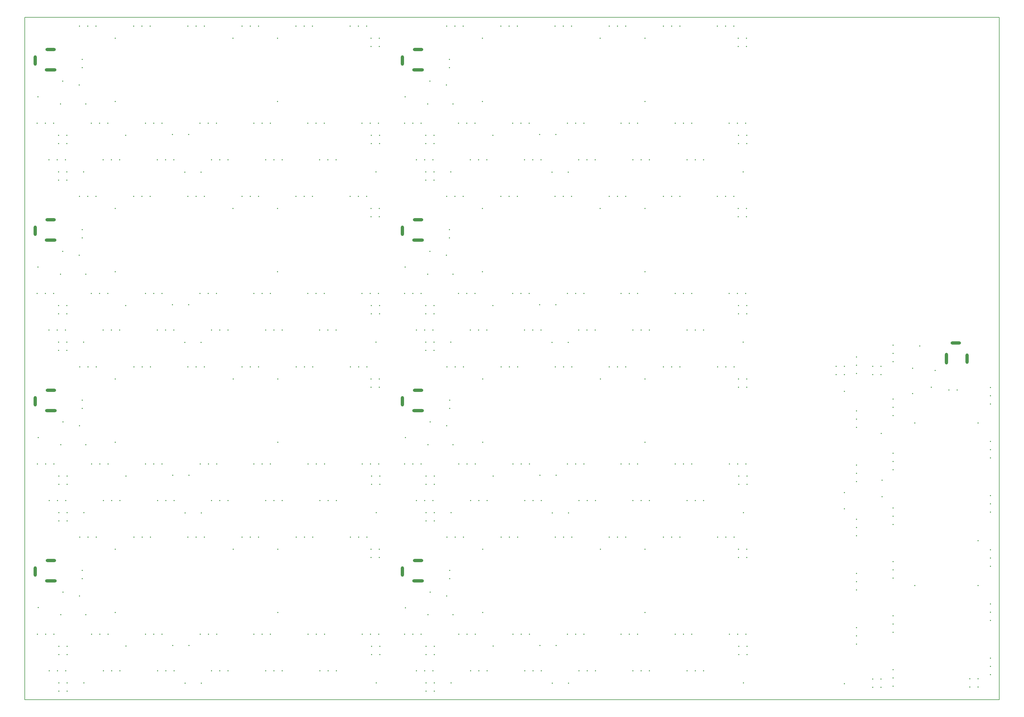
<source format=gbr>
G04 #@! TF.GenerationSoftware,KiCad,Pcbnew,9.0.0*
G04 #@! TF.CreationDate,2025-07-23T13:45:27+02:00*
G04 #@! TF.ProjectId,PowerPCB,506f7765-7250-4434-922e-6b696361645f,rev?*
G04 #@! TF.SameCoordinates,Original*
G04 #@! TF.FileFunction,Profile,NP*
%FSLAX46Y46*%
G04 Gerber Fmt 4.6, Leading zero omitted, Abs format (unit mm)*
G04 Created by KiCad (PCBNEW 9.0.0) date 2025-07-23 13:45:27*
%MOMM*%
%LPD*%
G01*
G04 APERTURE LIST*
G04 #@! TA.AperFunction,Profile*
%ADD10C,0.200000*%
G04 #@! TD*
%ADD11C,0.350000*%
%ADD12O,1.000000X3.600000*%
%ADD13O,1.000000X3.200000*%
%ADD14O,3.200000X1.000000*%
%ADD15O,3.600000X1.000000*%
G04 APERTURE END LIST*
D10*
X56800000Y-40599000D02*
X356800000Y-40599000D01*
X356800000Y-250599000D01*
X56800000Y-250599000D01*
X56800000Y-40599000D01*
D11*
X320374000Y-244299000D03*
X317834000Y-246839000D03*
X320374000Y-246839000D03*
X317834000Y-244299000D03*
X350300000Y-165449000D03*
X330800000Y-165449000D03*
X330800000Y-215449000D03*
X350300000Y-215449000D03*
X324099000Y-208107200D03*
X324099000Y-210647200D03*
X324099000Y-213187200D03*
X309100000Y-186896349D03*
X309100000Y-191896349D03*
X312850000Y-145094400D03*
X312850000Y-147634400D03*
X312850000Y-150174400D03*
X309150000Y-245749000D03*
X354050000Y-171145600D03*
X354050000Y-173685600D03*
X354050000Y-176225600D03*
X350300000Y-201699000D03*
X324100000Y-191574000D03*
X324100000Y-194114000D03*
X324100000Y-196654000D03*
X320449000Y-168699000D03*
X312850000Y-211744000D03*
X312850000Y-214284000D03*
X312850000Y-216824000D03*
X341255000Y-155299000D03*
X343795000Y-155299000D03*
X354050000Y-221132800D03*
X354050000Y-223672800D03*
X354050000Y-226212800D03*
X312850000Y-228406400D03*
X312850000Y-230946400D03*
X312850000Y-233486400D03*
X324099000Y-224769600D03*
X324099000Y-227309600D03*
X324099000Y-229849600D03*
X337100000Y-149299000D03*
X335900000Y-154399000D03*
X324099000Y-241432000D03*
X324099000Y-243972000D03*
X324099000Y-246512000D03*
X354050000Y-237795200D03*
X354050000Y-240335200D03*
X354050000Y-242875200D03*
X350300000Y-244199000D03*
X347760000Y-246739000D03*
X350300000Y-246739000D03*
X347760000Y-244199000D03*
X312850000Y-178419200D03*
X312850000Y-180959200D03*
X312850000Y-183499200D03*
X309150000Y-155749000D03*
X324099000Y-158120000D03*
X324099000Y-160660000D03*
X324099000Y-163200000D03*
X324100000Y-174774000D03*
X324100000Y-177314000D03*
X324100000Y-179854000D03*
X354050000Y-204470400D03*
X354050000Y-207010400D03*
X354050000Y-209550400D03*
X320700000Y-183096349D03*
X320700000Y-188096349D03*
X354050000Y-187808000D03*
X354050000Y-190348000D03*
X354050000Y-192888000D03*
X332300000Y-141699000D03*
X324099000Y-141457600D03*
X324099000Y-143997600D03*
X324099000Y-146537600D03*
X330100000Y-148624000D03*
X330100000Y-156374000D03*
X317859000Y-148034000D03*
X320399000Y-150574000D03*
X320399000Y-148034000D03*
X317859000Y-150574000D03*
D12*
X340551000Y-145599000D03*
D13*
X346851000Y-145599000D03*
D14*
X343451000Y-140799000D03*
D11*
X312850000Y-195081600D03*
X312850000Y-197621600D03*
X312850000Y-200161600D03*
X312850000Y-161756800D03*
X312850000Y-164296800D03*
X312850000Y-166836800D03*
X354050000Y-154483200D03*
X354050000Y-157023200D03*
X354050000Y-159563200D03*
X233950000Y-99401553D03*
X203396600Y-95651553D03*
X205936600Y-95651553D03*
X208476600Y-95651553D03*
X223825000Y-125601553D03*
X226365000Y-125601553D03*
X228905000Y-125601553D03*
X260657400Y-136851553D03*
X263197400Y-136851553D03*
X265737400Y-136851553D03*
X200950000Y-129252553D03*
X243995000Y-136851553D03*
X246535000Y-136851553D03*
X249075000Y-136851553D03*
X187550000Y-108446553D03*
X187550000Y-105906553D03*
X253383800Y-95651553D03*
X255923800Y-95651553D03*
X258463800Y-95651553D03*
X276450000Y-99401553D03*
X278990000Y-101941553D03*
X278990000Y-99401553D03*
X276450000Y-101941553D03*
X210670200Y-136851553D03*
X213210200Y-136851553D03*
X215750200Y-136851553D03*
X236721400Y-95651553D03*
X239261400Y-95651553D03*
X241801400Y-95651553D03*
X181550000Y-112601553D03*
X186650000Y-113801553D03*
X273683000Y-125602553D03*
X276223000Y-125602553D03*
X278763000Y-125602553D03*
X180285000Y-143091553D03*
X182825000Y-140551553D03*
X180285000Y-140551553D03*
X182825000Y-143091553D03*
X257020600Y-125602553D03*
X259560600Y-125602553D03*
X262100600Y-125602553D03*
X207025000Y-125601553D03*
X209565000Y-125601553D03*
X212105000Y-125601553D03*
X270046200Y-95651553D03*
X272586200Y-95651553D03*
X275126200Y-95651553D03*
X188000000Y-140551553D03*
X278000000Y-140551553D03*
X219147349Y-140601553D03*
X224147349Y-140601553D03*
X177345400Y-136851553D03*
X179885400Y-136851553D03*
X182425400Y-136851553D03*
X240358200Y-125602553D03*
X242898200Y-125602553D03*
X245438200Y-125602553D03*
X197700000Y-99401553D03*
X197700000Y-118901553D03*
X247700000Y-118901553D03*
X247700000Y-99401553D03*
X276550000Y-129327553D03*
X279090000Y-131867553D03*
X279090000Y-129327553D03*
X276550000Y-131867553D03*
X219147349Y-88200000D03*
X224147349Y-88200000D03*
X276550000Y-76926000D03*
X279090000Y-79466000D03*
X279090000Y-76926000D03*
X276550000Y-79466000D03*
X177345400Y-84450000D03*
X179885400Y-84450000D03*
X182425400Y-84450000D03*
X197700000Y-47000000D03*
X197700000Y-66500000D03*
X247700000Y-66500000D03*
X247700000Y-47000000D03*
X278000000Y-88150000D03*
X240358200Y-73201000D03*
X242898200Y-73201000D03*
X245438200Y-73201000D03*
X173708600Y-125602553D03*
X176248600Y-125602553D03*
X178788600Y-125602553D03*
X180285000Y-131842553D03*
X182825000Y-129302553D03*
X180285000Y-129302553D03*
X182825000Y-131842553D03*
X190371000Y-125602553D03*
X192911000Y-125602553D03*
X195451000Y-125602553D03*
X215347349Y-129001553D03*
X220347349Y-129001553D03*
X220059000Y-95651553D03*
X222599000Y-95651553D03*
X225139000Y-95651553D03*
X173950000Y-117401553D03*
D15*
X177850000Y-109150553D03*
D14*
X177850000Y-102850553D03*
D13*
X173050000Y-106250553D03*
D11*
X180875000Y-119601553D03*
X188625000Y-119601553D03*
X194007800Y-136851553D03*
X196547800Y-136851553D03*
X199087800Y-136851553D03*
X203396600Y-43250000D03*
X205936600Y-43250000D03*
X208476600Y-43250000D03*
X186734200Y-95651553D03*
X189274200Y-95651553D03*
X191814200Y-95651553D03*
X227332600Y-136851553D03*
X229872600Y-136851553D03*
X232412600Y-136851553D03*
X233950000Y-47000000D03*
X223825000Y-73200000D03*
X226365000Y-73200000D03*
X228905000Y-73200000D03*
X200950000Y-76851000D03*
X243995000Y-84450000D03*
X246535000Y-84450000D03*
X249075000Y-84450000D03*
X260657400Y-84450000D03*
X263197400Y-84450000D03*
X265737400Y-84450000D03*
X257020600Y-73201000D03*
X259560600Y-73201000D03*
X262100600Y-73201000D03*
X181550000Y-60200000D03*
X186650000Y-61400000D03*
X187550000Y-56045000D03*
X187550000Y-53505000D03*
X273683000Y-73201000D03*
X276223000Y-73201000D03*
X278763000Y-73201000D03*
X253383800Y-43250000D03*
X255923800Y-43250000D03*
X258463800Y-43250000D03*
X270046200Y-43250000D03*
X272586200Y-43250000D03*
X275126200Y-43250000D03*
X276450000Y-47000000D03*
X278990000Y-49540000D03*
X278990000Y-47000000D03*
X276450000Y-49540000D03*
X207025000Y-73200000D03*
X209565000Y-73200000D03*
X212105000Y-73200000D03*
X236721400Y-43250000D03*
X239261400Y-43250000D03*
X241801400Y-43250000D03*
X180285000Y-90690000D03*
X182825000Y-88150000D03*
X180285000Y-88150000D03*
X182825000Y-90690000D03*
X188000000Y-88150000D03*
X210670200Y-84450000D03*
X213210200Y-84450000D03*
X215750200Y-84450000D03*
X190371000Y-73201000D03*
X192911000Y-73201000D03*
X195451000Y-73201000D03*
X197750000Y-204300000D03*
X197750000Y-223800000D03*
X247750000Y-223800000D03*
X247750000Y-204300000D03*
X177395400Y-241750000D03*
X179935400Y-241750000D03*
X182475400Y-241750000D03*
X278050000Y-245450000D03*
X240408200Y-230501000D03*
X242948200Y-230501000D03*
X245488200Y-230501000D03*
X203446600Y-200550000D03*
X205986600Y-200550000D03*
X208526600Y-200550000D03*
X234000000Y-204300000D03*
X201000000Y-234151000D03*
X223875000Y-230500000D03*
X226415000Y-230500000D03*
X228955000Y-230500000D03*
X244045000Y-241750000D03*
X246585000Y-241750000D03*
X249125000Y-241750000D03*
X260707400Y-241750000D03*
X263247400Y-241750000D03*
X265787400Y-241750000D03*
X181600000Y-217500000D03*
X186700000Y-218700000D03*
X257070600Y-230501000D03*
X259610600Y-230501000D03*
X262150600Y-230501000D03*
X270096200Y-200550000D03*
X272636200Y-200550000D03*
X275176200Y-200550000D03*
X207075000Y-230500000D03*
X209615000Y-230500000D03*
X212155000Y-230500000D03*
X273733000Y-230501000D03*
X276273000Y-230501000D03*
X278813000Y-230501000D03*
X253433800Y-200550000D03*
X255973800Y-200550000D03*
X258513800Y-200550000D03*
X236771400Y-200550000D03*
X239311400Y-200550000D03*
X241851400Y-200550000D03*
X210720200Y-241750000D03*
X213260200Y-241750000D03*
X215800200Y-241750000D03*
X190421000Y-230501000D03*
X192961000Y-230501000D03*
X195501000Y-230501000D03*
X188050000Y-245450000D03*
X187600000Y-213345000D03*
X187600000Y-210805000D03*
X276500000Y-204300000D03*
X279040000Y-206840000D03*
X279040000Y-204300000D03*
X276500000Y-206840000D03*
X215397349Y-233900000D03*
X220397349Y-233900000D03*
X180335000Y-247990000D03*
X182875000Y-245450000D03*
X180335000Y-245450000D03*
X182875000Y-247990000D03*
X174000000Y-222300000D03*
D15*
X177900000Y-214049000D03*
D14*
X177900000Y-207749000D03*
D13*
X173100000Y-211149000D03*
D11*
X186784200Y-200550000D03*
X189324200Y-200550000D03*
X191864200Y-200550000D03*
X173758600Y-230501000D03*
X176298600Y-230501000D03*
X178838600Y-230501000D03*
X180335000Y-236741000D03*
X182875000Y-234201000D03*
X180335000Y-234201000D03*
X182875000Y-236741000D03*
X227382600Y-241750000D03*
X229922600Y-241750000D03*
X232462600Y-241750000D03*
X194057800Y-241750000D03*
X196597800Y-241750000D03*
X199137800Y-241750000D03*
X220109000Y-200550000D03*
X222649000Y-200550000D03*
X225189000Y-200550000D03*
X180925000Y-224500000D03*
X188675000Y-224500000D03*
X219197349Y-193100000D03*
X224197349Y-193100000D03*
X177395400Y-189350000D03*
X179935400Y-189350000D03*
X182475400Y-189350000D03*
X234000000Y-151900000D03*
X240408200Y-178101000D03*
X242948200Y-178101000D03*
X245488200Y-178101000D03*
X201000000Y-181751000D03*
X203446600Y-148150000D03*
X205986600Y-148150000D03*
X208526600Y-148150000D03*
X197750000Y-151900000D03*
X197750000Y-171400000D03*
X247750000Y-171400000D03*
X247750000Y-151900000D03*
X276600000Y-181826000D03*
X279140000Y-184366000D03*
X279140000Y-181826000D03*
X276600000Y-184366000D03*
X278050000Y-193050000D03*
X244045000Y-189350000D03*
X246585000Y-189350000D03*
X249125000Y-189350000D03*
X223875000Y-178100000D03*
X226415000Y-178100000D03*
X228955000Y-178100000D03*
X257070600Y-178101000D03*
X259610600Y-178101000D03*
X262150600Y-178101000D03*
X207075000Y-178100000D03*
X209615000Y-178100000D03*
X212155000Y-178100000D03*
X273733000Y-178101000D03*
X276273000Y-178101000D03*
X278813000Y-178101000D03*
X187600000Y-160945000D03*
X187600000Y-158405000D03*
X253433800Y-148150000D03*
X255973800Y-148150000D03*
X258513800Y-148150000D03*
X276500000Y-151900000D03*
X279040000Y-154440000D03*
X279040000Y-151900000D03*
X276500000Y-154440000D03*
X270096200Y-148150000D03*
X272636200Y-148150000D03*
X275176200Y-148150000D03*
X236771400Y-148150000D03*
X239311400Y-148150000D03*
X241851400Y-148150000D03*
X260707400Y-189350000D03*
X263247400Y-189350000D03*
X265787400Y-189350000D03*
X181600000Y-165100000D03*
X186700000Y-166300000D03*
X188050000Y-193050000D03*
X173758600Y-178101000D03*
X176298600Y-178101000D03*
X178838600Y-178101000D03*
D15*
X177900000Y-161649000D03*
D14*
X177900000Y-155349000D03*
D13*
X173100000Y-158749000D03*
D11*
X210720200Y-189350000D03*
X213260200Y-189350000D03*
X215800200Y-189350000D03*
X190421000Y-178101000D03*
X192961000Y-178101000D03*
X195501000Y-178101000D03*
X215397349Y-181500000D03*
X220397349Y-181500000D03*
X220109000Y-148150000D03*
X222649000Y-148150000D03*
X225189000Y-148150000D03*
X174000000Y-169900000D03*
X180335000Y-195590000D03*
X182875000Y-193050000D03*
X180335000Y-193050000D03*
X182875000Y-195590000D03*
X227382600Y-189350000D03*
X229922600Y-189350000D03*
X232462600Y-189350000D03*
X186784200Y-148150000D03*
X189324200Y-148150000D03*
X191864200Y-148150000D03*
X180335000Y-184341000D03*
X182875000Y-181801000D03*
X180335000Y-181801000D03*
X182875000Y-184341000D03*
X180925000Y-172100000D03*
X188675000Y-172100000D03*
X194057800Y-189350000D03*
X196597800Y-189350000D03*
X199137800Y-189350000D03*
X276600000Y-234226000D03*
X279140000Y-236766000D03*
X279140000Y-234226000D03*
X276600000Y-236766000D03*
X219197349Y-245500000D03*
X224197349Y-245500000D03*
X215347349Y-76600000D03*
X220347349Y-76600000D03*
X220059000Y-43250000D03*
X222599000Y-43250000D03*
X225139000Y-43250000D03*
X173950000Y-65000000D03*
D15*
X177850000Y-56749000D03*
D14*
X177850000Y-50449000D03*
D13*
X173050000Y-53849000D03*
D11*
X173708600Y-73201000D03*
X176248600Y-73201000D03*
X178788600Y-73201000D03*
X180285000Y-79441000D03*
X182825000Y-76901000D03*
X180285000Y-76901000D03*
X182825000Y-79441000D03*
X180875000Y-67200000D03*
X188625000Y-67200000D03*
X186734200Y-43250000D03*
X189274200Y-43250000D03*
X191814200Y-43250000D03*
X227332600Y-84450000D03*
X229872600Y-84450000D03*
X232412600Y-84450000D03*
X194007800Y-84450000D03*
X196547800Y-84450000D03*
X199087800Y-84450000D03*
X106147349Y-245499000D03*
X111147349Y-245499000D03*
X163550000Y-234225000D03*
X166090000Y-236765000D03*
X166090000Y-234225000D03*
X163550000Y-236765000D03*
X64345400Y-241749000D03*
X66885400Y-241749000D03*
X69425400Y-241749000D03*
X84700000Y-204299000D03*
X84700000Y-223799000D03*
X134700000Y-223799000D03*
X134700000Y-204299000D03*
X165000000Y-245449000D03*
X127358200Y-230500000D03*
X129898200Y-230500000D03*
X132438200Y-230500000D03*
X90396600Y-200549000D03*
X92936600Y-200549000D03*
X95476600Y-200549000D03*
X120950000Y-204299000D03*
X110825000Y-230499000D03*
X113365000Y-230499000D03*
X115905000Y-230499000D03*
X87950000Y-234150000D03*
X130995000Y-241749000D03*
X133535000Y-241749000D03*
X136075000Y-241749000D03*
X147657400Y-241749000D03*
X150197400Y-241749000D03*
X152737400Y-241749000D03*
X144020600Y-230500000D03*
X146560600Y-230500000D03*
X149100600Y-230500000D03*
X68550000Y-217499000D03*
X73650000Y-218699000D03*
X74550000Y-213344000D03*
X74550000Y-210804000D03*
X160683000Y-230500000D03*
X163223000Y-230500000D03*
X165763000Y-230500000D03*
X140383800Y-200549000D03*
X142923800Y-200549000D03*
X145463800Y-200549000D03*
X157046200Y-200549000D03*
X159586200Y-200549000D03*
X162126200Y-200549000D03*
X163450000Y-204299000D03*
X165990000Y-206839000D03*
X165990000Y-204299000D03*
X163450000Y-206839000D03*
X94025000Y-230499000D03*
X96565000Y-230499000D03*
X99105000Y-230499000D03*
X123721400Y-200549000D03*
X126261400Y-200549000D03*
X128801400Y-200549000D03*
X67285000Y-247989000D03*
X69825000Y-245449000D03*
X67285000Y-245449000D03*
X69825000Y-247989000D03*
X75000000Y-245449000D03*
X97670200Y-241749000D03*
X100210200Y-241749000D03*
X102750200Y-241749000D03*
X77371000Y-230500000D03*
X79911000Y-230500000D03*
X82451000Y-230500000D03*
X102347349Y-233899000D03*
X107347349Y-233899000D03*
X107059000Y-200549000D03*
X109599000Y-200549000D03*
X112139000Y-200549000D03*
X60950000Y-222299000D03*
D15*
X64850000Y-214048000D03*
D14*
X64850000Y-207748000D03*
D13*
X60050000Y-211148000D03*
D11*
X60708600Y-230500000D03*
X63248600Y-230500000D03*
X65788600Y-230500000D03*
X67285000Y-236740000D03*
X69825000Y-234200000D03*
X67285000Y-234200000D03*
X69825000Y-236740000D03*
X67875000Y-224499000D03*
X75625000Y-224499000D03*
X73734200Y-200549000D03*
X76274200Y-200549000D03*
X78814200Y-200549000D03*
X114332600Y-241749000D03*
X116872600Y-241749000D03*
X119412600Y-241749000D03*
X81007800Y-241749000D03*
X83547800Y-241749000D03*
X86087800Y-241749000D03*
X86087800Y-189349000D03*
X83547800Y-189349000D03*
X81007800Y-189349000D03*
X75625000Y-172099000D03*
X67875000Y-172099000D03*
X69825000Y-184340000D03*
X67285000Y-181800000D03*
X69825000Y-181800000D03*
X67285000Y-184340000D03*
X78814200Y-148149000D03*
X76274200Y-148149000D03*
X73734200Y-148149000D03*
X119412600Y-189349000D03*
X116872600Y-189349000D03*
X114332600Y-189349000D03*
X69825000Y-195589000D03*
X67285000Y-193049000D03*
X69825000Y-193049000D03*
X67285000Y-195589000D03*
X60950000Y-169899000D03*
X112139000Y-148149000D03*
X109599000Y-148149000D03*
X107059000Y-148149000D03*
X107347349Y-181499000D03*
X102347349Y-181499000D03*
X82451000Y-178100000D03*
X79911000Y-178100000D03*
X77371000Y-178100000D03*
X102750200Y-189349000D03*
X100210200Y-189349000D03*
X97670200Y-189349000D03*
D13*
X60050000Y-158748000D03*
D14*
X64850000Y-155348000D03*
D15*
X64850000Y-161648000D03*
D11*
X65788600Y-178100000D03*
X63248600Y-178100000D03*
X60708600Y-178100000D03*
X75000000Y-193049000D03*
X73650000Y-166299000D03*
X68550000Y-165099000D03*
X152737400Y-189349000D03*
X150197400Y-189349000D03*
X147657400Y-189349000D03*
X128801400Y-148149000D03*
X126261400Y-148149000D03*
X123721400Y-148149000D03*
X162126200Y-148149000D03*
X159586200Y-148149000D03*
X157046200Y-148149000D03*
X163450000Y-154439000D03*
X165990000Y-151899000D03*
X165990000Y-154439000D03*
X163450000Y-151899000D03*
X145463800Y-148149000D03*
X142923800Y-148149000D03*
X140383800Y-148149000D03*
X74550000Y-158404000D03*
X74550000Y-160944000D03*
X165763000Y-178100000D03*
X163223000Y-178100000D03*
X160683000Y-178100000D03*
X99105000Y-178099000D03*
X96565000Y-178099000D03*
X94025000Y-178099000D03*
X149100600Y-178100000D03*
X146560600Y-178100000D03*
X144020600Y-178100000D03*
X115905000Y-178099000D03*
X113365000Y-178099000D03*
X110825000Y-178099000D03*
X136075000Y-189349000D03*
X133535000Y-189349000D03*
X130995000Y-189349000D03*
X165000000Y-193049000D03*
X163550000Y-184365000D03*
X166090000Y-181825000D03*
X166090000Y-184365000D03*
X163550000Y-181825000D03*
X134700000Y-151899000D03*
X134700000Y-171399000D03*
X84700000Y-171399000D03*
X84700000Y-151899000D03*
X95476600Y-148149000D03*
X92936600Y-148149000D03*
X90396600Y-148149000D03*
X87950000Y-181750000D03*
X132438200Y-178100000D03*
X129898200Y-178100000D03*
X127358200Y-178100000D03*
X120950000Y-151899000D03*
X69425400Y-189349000D03*
X66885400Y-189349000D03*
X64345400Y-189349000D03*
X111147349Y-193099000D03*
X106147349Y-193099000D03*
X106097349Y-140600553D03*
X111097349Y-140600553D03*
X163500000Y-129326553D03*
X166040000Y-131866553D03*
X166040000Y-129326553D03*
X163500000Y-131866553D03*
X64295400Y-136850553D03*
X66835400Y-136850553D03*
X69375400Y-136850553D03*
X84650000Y-99400553D03*
X84650000Y-118900553D03*
X134650000Y-118900553D03*
X134650000Y-99400553D03*
X164950000Y-140550553D03*
X127308200Y-125601553D03*
X129848200Y-125601553D03*
X132388200Y-125601553D03*
X90346600Y-95650553D03*
X92886600Y-95650553D03*
X95426600Y-95650553D03*
X120900000Y-99400553D03*
X110775000Y-125600553D03*
X113315000Y-125600553D03*
X115855000Y-125600553D03*
X87900000Y-129251553D03*
X130945000Y-136850553D03*
X133485000Y-136850553D03*
X136025000Y-136850553D03*
X147607400Y-136850553D03*
X150147400Y-136850553D03*
X152687400Y-136850553D03*
X143970600Y-125601553D03*
X146510600Y-125601553D03*
X149050600Y-125601553D03*
X68500000Y-112600553D03*
X73600000Y-113800553D03*
X74500000Y-108445553D03*
X74500000Y-105905553D03*
X160633000Y-125601553D03*
X163173000Y-125601553D03*
X165713000Y-125601553D03*
X140333800Y-95650553D03*
X142873800Y-95650553D03*
X145413800Y-95650553D03*
X156996200Y-95650553D03*
X159536200Y-95650553D03*
X162076200Y-95650553D03*
X163400000Y-99400553D03*
X165940000Y-101940553D03*
X165940000Y-99400553D03*
X163400000Y-101940553D03*
X93975000Y-125600553D03*
X96515000Y-125600553D03*
X99055000Y-125600553D03*
X123671400Y-95650553D03*
X126211400Y-95650553D03*
X128751400Y-95650553D03*
X67235000Y-143090553D03*
X69775000Y-140550553D03*
X67235000Y-140550553D03*
X69775000Y-143090553D03*
X74950000Y-140550553D03*
X97620200Y-136850553D03*
X100160200Y-136850553D03*
X102700200Y-136850553D03*
X77321000Y-125601553D03*
X79861000Y-125601553D03*
X82401000Y-125601553D03*
X102297349Y-129000553D03*
X107297349Y-129000553D03*
X107009000Y-95650553D03*
X109549000Y-95650553D03*
X112089000Y-95650553D03*
X60900000Y-117400553D03*
D15*
X64800000Y-109149553D03*
D14*
X64800000Y-102849553D03*
D13*
X60000000Y-106249553D03*
D11*
X60658600Y-125601553D03*
X63198600Y-125601553D03*
X65738600Y-125601553D03*
X67235000Y-131841553D03*
X69775000Y-129301553D03*
X67235000Y-129301553D03*
X69775000Y-131841553D03*
X67825000Y-119600553D03*
X75575000Y-119600553D03*
X73684200Y-95650553D03*
X76224200Y-95650553D03*
X78764200Y-95650553D03*
X114282600Y-136850553D03*
X116822600Y-136850553D03*
X119362600Y-136850553D03*
X80957800Y-136850553D03*
X83497800Y-136850553D03*
X86037800Y-136850553D03*
X107009000Y-43249000D03*
X109549000Y-43249000D03*
X112089000Y-43249000D03*
X80957800Y-84449000D03*
X83497800Y-84449000D03*
X86037800Y-84449000D03*
X102297349Y-76599000D03*
X107297349Y-76599000D03*
X106097349Y-88199000D03*
X111097349Y-88199000D03*
X163500000Y-76925000D03*
X166040000Y-79465000D03*
X166040000Y-76925000D03*
X163500000Y-79465000D03*
X127308200Y-73200000D03*
X129848200Y-73200000D03*
X132388200Y-73200000D03*
X164950000Y-88149000D03*
X84650000Y-46999000D03*
X84650000Y-66499000D03*
X134650000Y-66499000D03*
X134650000Y-46999000D03*
X64295400Y-84449000D03*
X66835400Y-84449000D03*
X69375400Y-84449000D03*
X114282600Y-84449000D03*
X116822600Y-84449000D03*
X119362600Y-84449000D03*
X60658600Y-73200000D03*
X63198600Y-73200000D03*
X65738600Y-73200000D03*
X73684200Y-43249000D03*
X76224200Y-43249000D03*
X78764200Y-43249000D03*
X67825000Y-67199000D03*
X75575000Y-67199000D03*
X67235000Y-79440000D03*
X69775000Y-76900000D03*
X67235000Y-76900000D03*
X69775000Y-79440000D03*
D15*
X64800000Y-56748000D03*
D14*
X64800000Y-50448000D03*
D13*
X60000000Y-53848000D03*
D11*
X60900000Y-64999000D03*
X97620200Y-84449000D03*
X100160200Y-84449000D03*
X102700200Y-84449000D03*
X93975000Y-73199000D03*
X96515000Y-73199000D03*
X99055000Y-73199000D03*
X77321000Y-73200000D03*
X79861000Y-73200000D03*
X82401000Y-73200000D03*
X74500000Y-56044000D03*
X74500000Y-53504000D03*
X140333800Y-43249000D03*
X142873800Y-43249000D03*
X145413800Y-43249000D03*
X123671400Y-43249000D03*
X126211400Y-43249000D03*
X128751400Y-43249000D03*
X67235000Y-90689000D03*
X69775000Y-88149000D03*
X67235000Y-88149000D03*
X69775000Y-90689000D03*
X163400000Y-46999000D03*
X165940000Y-49539000D03*
X165940000Y-46999000D03*
X163400000Y-49539000D03*
X156996200Y-43249000D03*
X159536200Y-43249000D03*
X162076200Y-43249000D03*
X160633000Y-73200000D03*
X163173000Y-73200000D03*
X165713000Y-73200000D03*
X74950000Y-88149000D03*
X143970600Y-73200000D03*
X146510600Y-73200000D03*
X149050600Y-73200000D03*
X87900000Y-76850000D03*
X110775000Y-73199000D03*
X113315000Y-73199000D03*
X115855000Y-73199000D03*
X147607400Y-84449000D03*
X150147400Y-84449000D03*
X152687400Y-84449000D03*
X120900000Y-46999000D03*
X68500000Y-60199000D03*
X73600000Y-61399000D03*
X130945000Y-84449000D03*
X133485000Y-84449000D03*
X136025000Y-84449000D03*
X90346600Y-43249000D03*
X92886600Y-43249000D03*
X95426600Y-43249000D03*
X306610000Y-148034000D03*
X309150000Y-150574000D03*
X309150000Y-148034000D03*
X306610000Y-150574000D03*
M02*

</source>
